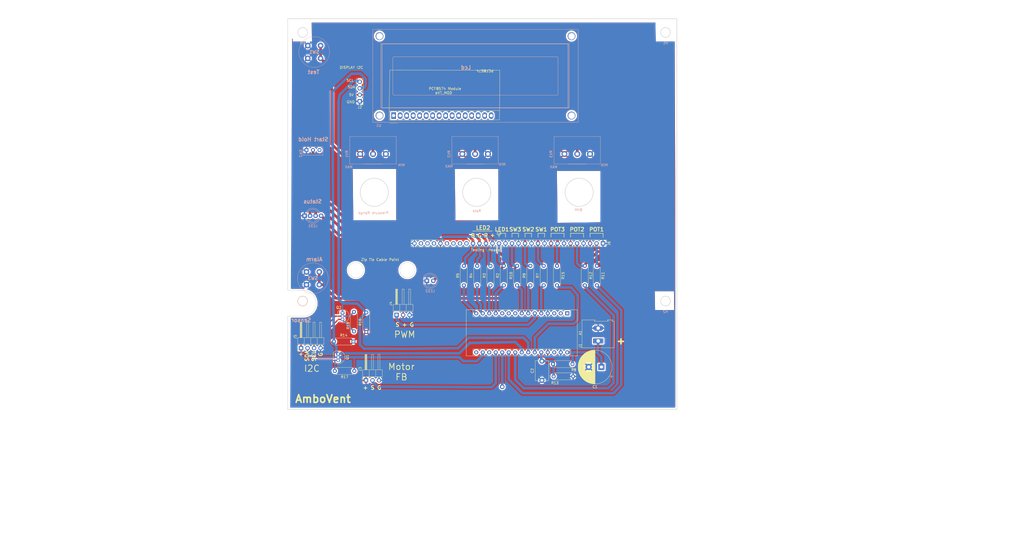
<source format=kicad_pcb>
(kicad_pcb (version 20171130) (host pcbnew "(5.1.5)-3")
  (layers (0 F.Cu signal hide) (31 B.Cu signal) (34 B.Paste user hide) (35 F.Paste user hide) (36 B.SilkS user hide) (37 F.SilkS user) (38 B.Mask user) (39 F.Mask user hide) (44 Edge.Cuts user))
  (net 0 "")
  (net 1 "Net-(A1-Pad1)")
  (net 2 "Net-(A1-Pad2)")
  (net 3 "Net-(A1-Pad18)")
  (net 4 "Net-(A1-Pad3)")
  (net 5 /MOTOR_FB)
  (net 6 GND)
  (net 7 /ISENSE)
  (net 8 "Net-(A1-Pad5)")
  (net 9 /CT1)
  (net 10 /MOTOR_PWM)
  (net 11 /CT2)
  (net 12 "Net-(A1-Pad7)")
  (net 13 "Net-(A1-Pad8)")
  (net 14 "Net-(A1-Pad9)")
  (net 15 "Net-(A1-Pad25)")
  (net 16 "Net-(A1-Pad10)")
  (net 17 "Net-(A1-Pad11)")
  (net 18 +5V)
  (net 19 "Net-(A1-Pad12)")
  (net 20 "Net-(A1-Pad28)")
  (net 21 "Net-(A1-Pad13)")
  (net 22 "Net-(A1-Pad14)")
  (net 23 "Net-(A1-Pad15)")
  (net 24 "Net-(A1-Pad16)")
  (net 25 "Net-(A1-Pad21)")
  (net 26 "Net-(A1-Pad22)")
  (net 27 /SDA)
  (net 28 /SCL)
  (net 29 /CT3)
  (net 30 /SW1)
  (net 31 /SW2)
  (net 32 /SW3)
  (net 33 /LED1)
  (net 34 /LED2_R)
  (net 35 /LED2_G)
  (net 36 /LED2_B)
  (net 37 +3V3)
  (net 38 "Net-(J6-Pad27)")
  (net 39 "Net-(J6-Pad28)")
  (net 40 "Net-(J6-Pad29)")
  (net 41 /Vin)
  (net 42 "Net-(U1-Pad16)")
  (net 43 "Net-(U1-Pad15)")
  (net 44 "Net-(U1-Pad14)")
  (net 45 "Net-(U1-Pad13)")
  (net 46 "Net-(U1-Pad12)")
  (net 47 "Net-(U1-Pad11)")
  (net 48 "Net-(U1-Pad10)")
  (net 49 "Net-(U1-Pad9)")
  (net 50 "Net-(U1-Pad8)")
  (net 51 "Net-(U1-Pad7)")
  (net 52 "Net-(U1-Pad6)")
  (net 53 "Net-(U1-Pad5)")
  (net 54 "Net-(U1-Pad4)")
  (net 55 "Net-(U1-Pad3)")
  (net 56 "Net-(U1-Pad2)")
  (net 57 "Net-(U1-Pad1)")
  (net 58 "Net-(J6-Pad22)")
  (net 59 "Net-(J6-Pad23)")
  (net 60 "Net-(J6-Pad25)")
  (net 61 "Net-(J6-Pad24)")
  (net 62 /12v_Check)
  (net 63 /SCL_3V3)
  (net 64 /SDA_3V3)
  (module Resistor_THT:R_Axial_DIN0207_L6.3mm_D2.5mm_P7.62mm_Horizontal (layer F.Cu) (at 156.6053 183.9635 270)
    (fp_text reference R18 (at 5.3594 2.2733 90) (layer F.SilkS))
    (fp_text value 10k)
    (pad 2 thru_hole oval (at 7.62 0 270) (size 1.6 1.6) (drill 0.8) (layers *.Cu *.Mask) (net 63 /SCL_3V3))
    (pad 1 thru_hole circle (at 0 0 270) (size 1.6 1.6) (drill 0.8) (layers *.Cu *.Mask) (net 37 +3V3))
  )
  (module Resistor_THT:R_Axial_DIN0207_L6.3mm_D2.5mm_P7.62mm_Horizontal (layer F.Cu) (at 156.7577 207.0394 180)
    (fp_text reference R17 (at 3.81 -2.37) (layer F.SilkS))
    (fp_text value 10k)
    (pad 2 thru_hole oval (at 7.62 0 180) (size 1.6 1.6) (drill 0.8) (layers *.Cu *.Mask) (net 64 /SDA_3V3))
    (pad 1 thru_hole circle (at 0 0 180) (size 1.6 1.6) (drill 0.8) (layers *.Cu *.Mask) (net 37 +3V3))
  )
  (module Resistor_THT:R_Axial_DIN0207_L6.3mm_D2.5mm_P7.62mm_Horizontal (layer F.Cu) (at 161.4313 191.8121 90)
    (fp_text reference R16 (at 3.81 -2.37 90) (layer F.SilkS))
    (fp_text value 10k)
    (pad 2 thru_hole oval (at 7.62 0 90) (size 1.6 1.6) (drill 0.8) (layers *.Cu *.Mask) (net 28 /SCL))
    (pad 1 thru_hole circle (at 0 0 90) (size 1.6 1.6) (drill 0.8) (layers *.Cu *.Mask) (net 18 +5V))
  )
  (module Resistor_THT:R_Axial_DIN0207_L6.3mm_D2.5mm_P7.62mm_Horizontal (layer F.Cu) (at 156.4148 195.5459 180)
    (fp_text reference R14 (at 3.7973 2.4257) (layer F.SilkS))
    (fp_text value 10k)
    (pad 2 thru_hole oval (at 7.62 0 180) (size 1.6 1.6) (drill 0.8) (layers *.Cu *.Mask) (net 27 /SDA))
    (pad 1 thru_hole circle (at 0 0 180) (size 1.6 1.6) (drill 0.8) (layers *.Cu *.Mask) (net 18 +5V))
  )
  (module Package_TO_SOT_THT:TO-92_Inline (layer F.Cu) (at 152.1349 184.3699 270)
    (fp_text reference Q2 (at -2.1082 1.4478 180) (layer F.SilkS))
    (fp_text value 2N7000)
    (pad 1 thru_hole rect (at 0 0 270) (size 1.05 1.5) (drill 0.75) (layers *.Cu *.Mask) (net 28 /SCL))
    (pad 3 thru_hole oval (at 2.54 0 270) (size 1.05 1.5) (drill 0.75) (layers *.Cu *.Mask) (net 63 /SCL_3V3))
    (pad 2 thru_hole oval (at 1.27 0 270) (size 1.05 1.5) (drill 0.75) (layers *.Cu *.Mask) (net 37 +3V3))
  )
  (module Package_TO_SOT_THT:TO-92_Inline (layer F.Cu) (at 150.4458 200.3846 270)
    (fp_text reference Q1 (at 1.27 -3.56 90) (layer F.SilkS))
    (fp_text value 2N7000)
    (pad 1 thru_hole rect (at 0 0 270) (size 1.05 1.5) (drill 0.75) (layers *.Cu *.Mask) (net 27 /SDA))
    (pad 3 thru_hole oval (at 2.54 0 270) (size 1.05 1.5) (drill 0.75) (layers *.Cu *.Mask) (net 64 /SDA_3V3))
    (pad 2 thru_hole oval (at 1.27 0 270) (size 1.05 1.5) (drill 0.75) (layers *.Cu *.Mask) (net 37 +3V3))
  )
  (module Connector_PinHeader_2.54mm:PinHeader_1x04_P2.54mm_Horizontal (layer F.Cu) (at 135.9424 198.1113 90)
    (fp_text reference J5 (at 4.385 -2.27 90) (layer F.SilkS))
    (fp_text value "Header 1X4")
    (pad 4 thru_hole oval (at 0 7.62 90) (size 1.7 1.7) (drill 1) (layers *.Cu *.Mask) (net 6 GND))
    (pad 3 thru_hole oval (at 0 5.08 90) (size 1.7 1.7) (drill 1) (layers *.Cu *.Mask) (net 63 /SCL_3V3))
    (pad 2 thru_hole oval (at 0 2.54 90) (size 1.7 1.7) (drill 1) (layers *.Cu *.Mask) (net 64 /SDA_3V3))
    (pad 1 thru_hole rect (at 0 0 90) (size 1.7 1.7) (drill 1) (layers *.Cu *.Mask) (net 37 +3V3))
  )
  (module Connector_PinHeader_2.54mm:PinHeader_1x03_P2.54mm_Horizontal (layer F.Cu) (at 173.255 185.17 90)
    (fp_text reference J4 (at 4.385 -2.27 90) (layer F.SilkS))
    (fp_text value "Header 1X3")
    (pad 3 thru_hole oval (at 0 5.08 90) (size 1.7 1.7) (drill 1) (layers *.Cu *.Mask) (net 6 GND))
    (pad 2 thru_hole oval (at 0 2.54 90) (size 1.7 1.7) (drill 1) (layers *.Cu *.Mask) (net 18 +5V))
    (pad 1 thru_hole rect (at 0 0 90) (size 1.7 1.7) (drill 1) (layers *.Cu *.Mask) (net 10 /MOTOR_PWM))
  )
  (module Connector_PinHeader_2.54mm:PinHeader_1x03_P2.54mm_Horizontal (layer F.Cu) (at 161.3043 210.7097 90)
    (fp_text reference J3 (at 4.385 -2.27 90) (layer F.SilkS))
    (fp_text value "Header 1X3")
    (pad 3 thru_hole oval (at 0 5.08 90) (size 1.7 1.7) (drill 1) (layers *.Cu *.Mask) (net 6 GND))
    (pad 2 thru_hole oval (at 0 2.54 90) (size 1.7 1.7) (drill 1) (layers *.Cu *.Mask) (net 5 /MOTOR_FB))
    (pad 1 thru_hole rect (at 0 0 90) (size 1.7 1.7) (drill 1) (layers *.Cu *.Mask) (net 18 +5V))
  )
  (module Connector_PinHeader_2.54mm:PinHeader_1x04_P2.54mm_Vertical (layer F.Cu) (at 158.854 101.73 180)
    (fp_text reference J2 (at 0 -2.33) (layer F.SilkS))
    (fp_text value "Header 1X4")
    (pad 4 thru_hole oval (at 0 7.62 180) (size 1.7 1.7) (drill 1) (layers *.Cu *.Mask) (net 28 /SCL))
    (pad 3 thru_hole oval (at 0 5.08 180) (size 1.7 1.7) (drill 1) (layers *.Cu *.Mask) (net 27 /SDA))
    (pad 2 thru_hole oval (at 0 2.54 180) (size 1.7 1.7) (drill 1) (layers *.Cu *.Mask) (net 18 +5V))
    (pad 1 thru_hole rect (at 0 0 180) (size 1.7 1.7) (drill 1) (layers *.Cu *.Mask) (net 6 GND))
  )
  (module Module:i2c-1602 (layer F.Cu) (at 191.67 98.933 180)
    (fp_text reference eXT_MOD (at 0 0.5) (layer F.SilkS))
    (fp_text value i2c-1602)
    (fp_text user "PCF8574 Module" (at -0.52 2.13) (layer F.SilkS))
  )
  (module LED_THT:LED_D5.0mm-4_RGB_Wide_Pins (layer B.Cu) (at 137.314 146.431)
    (fp_text reference LED1 (at 3.2385 3.96) (layer B.SilkS) (effects (justify mirror)))
    (fp_text value LED_CRGB)
    (pad 4 thru_hole circle (at 6.477 0) (size 1.8 1.8) (drill 0.9) (layers *.Cu *.Mask) (net 36 /LED2_B))
    (pad 3 thru_hole circle (at 4.318 0) (size 1.8 1.8) (drill 0.9) (layers *.Cu *.Mask) (net 35 /LED2_G))
    (pad 2 thru_hole circle (at 2.159 0) (size 1.8 1.8) (drill 0.9) (layers *.Cu *.Mask) (net 34 /LED2_R))
    (pad 1 thru_hole rect (at 0 0) (size 1.8 1.8) (drill 0.9) (layers *.Cu *.Mask) (net 6 GND))
  )
  (module Potentiometer_THT:Potentiometer_old_school (layer B.Cu) (at 248.82 122.301 270)
    (fp_text reference RV3 (at 0 15.2 90) (layer B.SilkS) (effects (justify mirror)))
    (fp_text value R_POT)
    (pad 3 thru_hole circle (at 0 10 270) (size 2.34 2.34) (drill 1.3) (layers *.Cu *.Mask) (net 18 +5V))
    (pad 2 thru_hole circle (at 0 5 270) (size 2.34 2.34) (drill 1.3) (layers *.Cu *.Mask) (net 29 /CT3))
    (pad 1 thru_hole circle (at 0 0 270) (size 2.34 2.34) (drill 1.3) (layers *.Cu *.Mask) (net 6 GND))
  )
  (module Potentiometer_THT:Potentiometer_old_school (layer B.Cu) (at 208.942 122.301 270)
    (fp_text reference RV2 (at 0 15.2 90) (layer B.SilkS) (effects (justify mirror)))
    (fp_text value R_POT)
    (pad 3 thru_hole circle (at 0 10 270) (size 2.34 2.34) (drill 1.3) (layers *.Cu *.Mask) (net 18 +5V))
    (pad 2 thru_hole circle (at 0 5 270) (size 2.34 2.34) (drill 1.3) (layers *.Cu *.Mask) (net 11 /CT2))
    (pad 1 thru_hole circle (at 0 0 270) (size 2.34 2.34) (drill 1.3) (layers *.Cu *.Mask) (net 6 GND))
  )
  (module Potentiometer_THT:Potentiometer_old_school (layer B.Cu) (at 169.064 122.301 270)
    (fp_text reference RV1 (at 0 15.2 270) (layer B.SilkS) (effects (justify mirror)))
    (fp_text value R_POT)
    (pad 3 thru_hole circle (at 0 10 270) (size 2.34 2.34) (drill 1.3) (layers *.Cu *.Mask) (net 18 +5V))
    (pad 2 thru_hole circle (at 0 5 270) (size 2.34 2.34) (drill 1.3) (layers *.Cu *.Mask) (net 9 /CT1))
    (pad 1 thru_hole circle (at 0 0 270) (size 2.34 2.34) (drill 1.3) (layers *.Cu *.Mask) (net 6 GND))
  )
  (module Button_Switch_THT:D6R00F2LFS (layer B.Cu) (at 138.076 173.355)
    (fp_text reference SW3 (at 2.5 -2.5) (layer B.SilkS) (effects (font (size 1.27 1.27) (thickness 0.254)) (justify mirror)))
    (fp_text value SW_Push_Dual hide)
    (pad 1 thru_hole circle (at 0 0) (size 2.2 2.2) (drill 1.1) (layers *.Cu *.Mask) (net 6 GND))
    (pad 2 thru_hole circle (at 5 0) (size 2.2 2.2) (drill 1.1) (layers *.Cu *.Mask) (net 32 /SW3))
    (pad 3 thru_hole circle (at 0 -5) (size 2.2 2.2) (drill 1.1) (layers *.Cu *.Mask) (net 6 GND))
    (pad 4 thru_hole circle (at 5 -5) (size 2.2 2.2) (drill 1.1) (layers *.Cu *.Mask) (net 32 /SW3))
  )
  (module Button_Switch_THT:D6R00F2LFS (layer B.Cu) (at 138.584 84.963)
    (fp_text reference SW1 (at 2.5 -2.5) (layer B.SilkS) (effects (font (size 1.27 1.27) (thickness 0.254)) (justify mirror)))
    (fp_text value SW_Push_Dual hide)
    (pad 1 thru_hole circle (at 0 0) (size 2.2 2.2) (drill 1.1) (layers *.Cu *.Mask) (net 6 GND))
    (pad 2 thru_hole circle (at 5 0) (size 2.2 2.2) (drill 1.1) (layers *.Cu *.Mask) (net 30 /SW1))
    (pad 3 thru_hole circle (at 0 -5) (size 2.2 2.2) (drill 1.1) (layers *.Cu *.Mask) (net 6 GND))
    (pad 4 thru_hole circle (at 5 -5) (size 2.2 2.2) (drill 1.1) (layers *.Cu *.Mask) (net 30 /SW1))
  )
  (module Capacitor_THT:C_Disc_D7.5mm_W5.0mm_P7.50mm (layer F.Cu) (at 230.024 210.693 90)
    (fp_text reference C2 (at 3.75 -3.75 90) (layer F.SilkS))
    (fp_text value 100nf)
    (pad 2 thru_hole circle (at 7.5 0 90) (size 2 2) (drill 1) (layers *.Cu *.Mask) (net 62 /12v_Check))
    (pad 1 thru_hole circle (at 0 0 90) (size 2 2) (drill 1) (layers *.Cu *.Mask) (net 6 GND))
  )
  (module LED_THT:LED_D5.0mm_Clear (layer B.Cu) (at 185.066 171.831)
    (fp_text reference LED2 (at 1.27 3.96) (layer B.SilkS) (effects (justify mirror)))
    (fp_text value LED)
    (pad 2 thru_hole circle (at 2.54 0) (size 1.8 1.8) (drill 0.9) (layers *.Cu *.Mask) (net 33 /LED1))
    (pad 1 thru_hole rect (at 0 0) (size 1.8 1.8) (drill 0.9) (layers *.Cu *.Mask) (net 6 GND))
  )
  (module Display:WC1602A (layer B.Cu) (at 172.112 107.315)
    (fp_text reference U1 (at -5.82 3.81) (layer B.SilkS) (effects (justify mirror)))
    (fp_text value LCD-016N002L)
    (pad "" thru_hole circle (at 69.5 0) (size 3 3) (drill 2.5) (layers *.Cu *.Mask))
    (pad "" thru_hole circle (at 69.49948 -31.0007) (size 3 3) (drill 2.5) (layers *.Cu *.Mask))
    (pad "" thru_hole circle (at -5.4991 -31.0007) (size 3 3) (drill 2.5) (layers *.Cu *.Mask))
    (pad "" thru_hole circle (at -5.4991 0) (size 3 3) (drill 2.5) (layers *.Cu *.Mask))
    (pad 16 thru_hole oval (at 38.1 0) (size 1.8 2.6) (drill 1.2) (layers *.Cu *.Mask) (net 42 "Net-(U1-Pad16)"))
    (pad 15 thru_hole oval (at 35.56 0) (size 1.8 2.6) (drill 1.2) (layers *.Cu *.Mask) (net 43 "Net-(U1-Pad15)"))
    (pad 14 thru_hole oval (at 33.02 0) (size 1.8 2.6) (drill 1.2) (layers *.Cu *.Mask) (net 44 "Net-(U1-Pad14)"))
    (pad 13 thru_hole oval (at 30.48 0) (size 1.8 2.6) (drill 1.2) (layers *.Cu *.Mask) (net 45 "Net-(U1-Pad13)"))
    (pad 12 thru_hole oval (at 27.94 0) (size 1.8 2.6) (drill 1.2) (layers *.Cu *.Mask) (net 46 "Net-(U1-Pad12)"))
    (pad 11 thru_hole oval (at 25.4 0) (size 1.8 2.6) (drill 1.2) (layers *.Cu *.Mask) (net 47 "Net-(U1-Pad11)"))
    (pad 10 thru_hole oval (at 22.86 0) (size 1.8 2.6) (drill 1.2) (layers *.Cu *.Mask) (net 48 "Net-(U1-Pad10)"))
    (pad 9 thru_hole oval (at 20.32 0) (size 1.8 2.6) (drill 1.2) (layers *.Cu *.Mask) (net 49 "Net-(U1-Pad9)"))
    (pad 8 thru_hole oval (at 17.78 0) (size 1.8 2.6) (drill 1.2) (layers *.Cu *.Mask) (net 50 "Net-(U1-Pad8)"))
    (pad 7 thru_hole oval (at 15.24 0) (size 1.8 2.6) (drill 1.2) (layers *.Cu *.Mask) (net 51 "Net-(U1-Pad7)"))
    (pad 6 thru_hole oval (at 12.7 0) (size 1.8 2.6) (drill 1.2) (layers *.Cu *.Mask) (net 52 "Net-(U1-Pad6)"))
    (pad 5 thru_hole oval (at 10.16 0) (size 1.8 2.6) (drill 1.2) (layers *.Cu *.Mask) (net 53 "Net-(U1-Pad5)"))
    (pad 4 thru_hole oval (at 7.62 0) (size 1.8 2.6) (drill 1.2) (layers *.Cu *.Mask) (net 54 "Net-(U1-Pad4)"))
    (pad 3 thru_hole oval (at 5.08 0) (size 1.8 2.6) (drill 1.2) (layers *.Cu *.Mask) (net 55 "Net-(U1-Pad3)"))
    (pad 2 thru_hole oval (at 2.54 0) (size 1.8 2.6) (drill 1.2) (layers *.Cu *.Mask) (net 56 "Net-(U1-Pad2)"))
    (pad 1 thru_hole rect (at 0 0) (size 1.8 2.6) (drill 1.2) (layers *.Cu *.Mask) (net 57 "Net-(U1-Pad1)"))
  )
  (module Button_Switch_THT:eswitch_200MSP (layer B.Cu) (at 138.076 120.777 270)
    (fp_text reference SW2 (at 1.27 2.2 90) (layer B.SilkS) (effects (justify mirror)))
    (fp_text value SW_Push)
    (pad 3 thru_hole circle (at 0 -5.08 270) (size 1.524 1.524) (drill 0.8128) (layers *.Cu *.Mask))
    (pad 2 thru_hole circle (at 0 -2.54 270) (size 1.524 1.524) (drill 0.8128) (layers *.Cu *.Mask) (net 31 /SW2))
    (pad 1 thru_hole rect (at 0 0 270) (size 1.524 1.524) (drill 0.8128) (layers *.Cu *.Mask) (net 6 GND))
  )
  (module Resistor_THT:R_Axial_DIN0207_L6.3mm_D2.5mm_P7.62mm_Horizontal (layer F.Cu) (at 234.596 209.169)
    (fp_text reference R13 (at 0.508 2.54) (layer F.SilkS))
    (fp_text value 2k)
    (pad 2 thru_hole oval (at 7.62 0) (size 1.6 1.6) (drill 0.8) (layers *.Cu *.Mask) (net 6 GND))
    (pad 1 thru_hole circle (at 0 0) (size 1.6 1.6) (drill 0.8) (layers *.Cu *.Mask) (net 62 /12v_Check))
  )
  (module Resistor_THT:R_Axial_DIN0207_L6.3mm_D2.5mm_P7.62mm_Horizontal (layer F.Cu) (at 241.962 204.343 180)
    (fp_text reference R8 (at -0.508 -2.286) (layer F.SilkS))
    (fp_text value 10k)
    (pad 2 thru_hole oval (at 7.62 0 180) (size 1.6 1.6) (drill 0.8) (layers *.Cu *.Mask) (net 62 /12v_Check))
    (pad 1 thru_hole circle (at 0 0 180) (size 1.6 1.6) (drill 0.8) (layers *.Cu *.Mask) (net 41 /Vin))
  )
  (module MountingHole:MountingHole_3.2mm_M3 (layer B.Cu) (at 136.552 74.803)
    (fp_text reference H3 (at 0 4.2) (layer B.SilkS) (effects (justify mirror)))
    (fp_text value MountingHole)
    (pad 1 np_thru_hole circle (at 0 0) (size 3.2 3.2) (drill 3.2) (layers *.Cu *.Mask))
  )
  (module MountingHole:MountingHole_3.2mm_M3 (layer B.Cu) (at 278.284 179.705)
    (fp_text reference H2 (at 0 4.2) (layer B.SilkS) (effects (justify mirror)))
    (fp_text value MountingHole)
    (pad 1 np_thru_hole circle (at 0 0) (size 3.2 3.2) (drill 3.2) (layers *.Cu *.Mask))
  )
  (module MountingHole:MountingHole_3.2mm_M3 (layer B.Cu) (at 278.284 74.803)
    (fp_text reference H1 (at 0 4.2) (layer B.SilkS) (effects (justify mirror)))
    (fp_text value MountingHole)
    (pad 1 np_thru_hole circle (at 0 0) (size 3.2 3.2) (drill 3.2) (layers *.Cu *.Mask))
  )
  (module Module:Arduino_Nano (layer F.Cu) (at 239.93 184.531 270)
    (fp_text reference A1 (at 7.62 -5.08 270) (layer F.SilkS))
    (fp_text value Arduino_Nano_v3.x)
    (pad 16 thru_hole oval (at 15.24 35.56 270) (size 1.6 1.6) (drill 0.8) (layers *.Cu *.Mask) (net 24 "Net-(A1-Pad16)"))
    (pad 15 thru_hole oval (at 0 35.56 270) (size 1.6 1.6) (drill 0.8) (layers *.Cu *.Mask) (net 23 "Net-(A1-Pad15)"))
    (pad 30 thru_hole oval (at 15.24 0 270) (size 1.6 1.6) (drill 0.8) (layers *.Cu *.Mask) (net 41 /Vin))
    (pad 14 thru_hole oval (at 0 33.02 270) (size 1.6 1.6) (drill 0.8) (layers *.Cu *.Mask) (net 22 "Net-(A1-Pad14)"))
    (pad 29 thru_hole oval (at 15.24 2.54 270) (size 1.6 1.6) (drill 0.8) (layers *.Cu *.Mask) (net 6 GND))
    (pad 13 thru_hole oval (at 0 30.48 270) (size 1.6 1.6) (drill 0.8) (layers *.Cu *.Mask) (net 21 "Net-(A1-Pad13)"))
    (pad 28 thru_hole oval (at 15.24 5.08 270) (size 1.6 1.6) (drill 0.8) (layers *.Cu *.Mask) (net 20 "Net-(A1-Pad28)"))
    (pad 12 thru_hole oval (at 0 27.94 270) (size 1.6 1.6) (drill 0.8) (layers *.Cu *.Mask) (net 19 "Net-(A1-Pad12)"))
    (pad 27 thru_hole oval (at 15.24 7.62 270) (size 1.6 1.6) (drill 0.8) (layers *.Cu *.Mask) (net 18 +5V))
    (pad 11 thru_hole oval (at 0 25.4 270) (size 1.6 1.6) (drill 0.8) (layers *.Cu *.Mask) (net 17 "Net-(A1-Pad11)"))
    (pad 26 thru_hole oval (at 15.24 10.16 270) (size 1.6 1.6) (drill 0.8) (layers *.Cu *.Mask) (net 62 /12v_Check))
    (pad 10 thru_hole oval (at 0 22.86 270) (size 1.6 1.6) (drill 0.8) (layers *.Cu *.Mask) (net 16 "Net-(A1-Pad10)"))
    (pad 25 thru_hole oval (at 15.24 12.7 270) (size 1.6 1.6) (drill 0.8) (layers *.Cu *.Mask) (net 15 "Net-(A1-Pad25)"))
    (pad 9 thru_hole oval (at 0 20.32 270) (size 1.6 1.6) (drill 0.8) (layers *.Cu *.Mask) (net 14 "Net-(A1-Pad9)"))
    (pad 24 thru_hole oval (at 15.24 15.24 270) (size 1.6 1.6) (drill 0.8) (layers *.Cu *.Mask) (net 28 /SCL))
    (pad 8 thru_hole oval (at 0 17.78 270) (size 1.6 1.6) (drill 0.8) (layers *.Cu *.Mask) (net 13 "Net-(A1-Pad8)"))
    (pad 23 thru_hole oval (at 15.24 17.78 270) (size 1.6 1.6) (drill 0.8) (layers *.Cu *.Mask) (net 27 /SDA))
    (pad 7 thru_hole oval (at 0 15.24 270) (size 1.6 1.6) (drill 0.8) (layers *.Cu *.Mask) (net 12 "Net-(A1-Pad7)"))
    (pad 22 thru_hole oval (at 15.24 20.32 270) (size 1.6 1.6) (drill 0.8) (layers *.Cu *.Mask) (net 26 "Net-(A1-Pad22)"))
    (pad 6 thru_hole oval (at 0 12.7 270) (size 1.6 1.6) (drill 0.8) (layers *.Cu *.Mask) (net 10 /MOTOR_PWM))
    (pad 21 thru_hole oval (at 15.24 22.86 270) (size 1.6 1.6) (drill 0.8) (layers *.Cu *.Mask) (net 25 "Net-(A1-Pad21)"))
    (pad 5 thru_hole oval (at 0 10.16 270) (size 1.6 1.6) (drill 0.8) (layers *.Cu *.Mask) (net 8 "Net-(A1-Pad5)"))
    (pad 20 thru_hole oval (at 15.24 25.4 270) (size 1.6 1.6) (drill 0.8) (layers *.Cu *.Mask) (net 7 /ISENSE))
    (pad 4 thru_hole oval (at 0 7.62 270) (size 1.6 1.6) (drill 0.8) (layers *.Cu *.Mask) (net 6 GND))
    (pad 19 thru_hole oval (at 15.24 27.94 270) (size 1.6 1.6) (drill 0.8) (layers *.Cu *.Mask) (net 5 /MOTOR_FB))
    (pad 3 thru_hole oval (at 0 5.08 270) (size 1.6 1.6) (drill 0.8) (layers *.Cu *.Mask) (net 4 "Net-(A1-Pad3)"))
    (pad 18 thru_hole oval (at 15.24 30.48 270) (size 1.6 1.6) (drill 0.8) (layers *.Cu *.Mask) (net 3 "Net-(A1-Pad18)"))
    (pad 2 thru_hole oval (at 0 2.54 270) (size 1.6 1.6) (drill 0.8) (layers *.Cu *.Mask) (net 2 "Net-(A1-Pad2)"))
    (pad 17 thru_hole oval (at 15.24 33.02 270) (size 1.6 1.6) (drill 0.8) (layers *.Cu *.Mask) (net 37 +3V3))
    (pad 1 thru_hole rect (at 0 0 270) (size 1.6 1.6) (drill 0.8) (layers *.Cu *.Mask) (net 1 "Net-(A1-Pad1)"))
  )
  (module TerminalBlock:TerminalBlock_Altech_AK300-2_P5.00mm (layer F.Cu) (at 251.995 195.326 90)
    (fp_text reference J1 (at -1.92 -6.99 90) (layer F.SilkS))
    (fp_text value Conn_01x02)
    (pad 1 thru_hole rect (at 0 0 90) (size 1.98 3.96) (drill 1.32) (layers *.Cu *.Mask) (net 41 /Vin))
    (pad 2 thru_hole oval (at 5 0 90) (size 1.98 3.96) (drill 1.32) (layers *.Cu *.Mask) (net 6 GND))
  )
  (module Capacitor_THT:CP_Radial_D13.0mm_P5.00mm (layer F.Cu) (at 253.265 205.486 180)
    (fp_text reference C1 (at 2.5 -7.75 180) (layer F.SilkS))
    (fp_text value CP)
    (pad 1 thru_hole rect (at 0 0 180) (size 2.4 2.4) (drill 1.2) (layers *.Cu *.Mask) (net 41 /Vin))
    (pad 2 thru_hole circle (at 5 0 180) (size 2.4 2.4) (drill 1.2) (layers *.Cu *.Mask) (net 6 GND))
  )
  (module Connector_PinHeader_2.54mm:PinHeader_1x30_P2.54mm_Vertical (layer F.Cu) (at 253.9 157.226 270)
    (fp_text reference J6 (at 0 -2.33 270) (layer F.SilkS))
    (fp_text value "Header 1X30")
    (pad 1 thru_hole rect (at 0 0 270) (size 1.7 1.7) (drill 1) (layers *.Cu *.Mask) (net 6 GND))
    (pad 2 thru_hole oval (at 0 2.54 270) (size 1.7 1.7) (drill 1) (layers *.Cu *.Mask) (net 9 /CT1))
    (pad 3 thru_hole oval (at 0 5.08 270) (size 1.7 1.7) (drill 1) (layers *.Cu *.Mask) (net 18 +5V))
    (pad 4 thru_hole oval (at 0 7.62 270) (size 1.7 1.7) (drill 1) (layers *.Cu *.Mask) (net 6 GND))
    (pad 5 thru_hole oval (at 0 10.16 270) (size 1.7 1.7) (drill 1) (layers *.Cu *.Mask) (net 11 /CT2))
    (pad 6 thru_hole oval (at 0 12.7 270) (size 1.7 1.7) (drill 1) (layers *.Cu *.Mask) (net 18 +5V))
    (pad 7 thru_hole oval (at 0 15.24 270) (size 1.7 1.7) (drill 1) (layers *.Cu *.Mask) (net 6 GND))
    (pad 8 thru_hole oval (at 0 17.78 270) (size 1.7 1.7) (drill 1) (layers *.Cu *.Mask) (net 29 /CT3))
    (pad 9 thru_hole oval (at 0 20.32 270) (size 1.7 1.7) (drill 1) (layers *.Cu *.Mask) (net 18 +5V))
    (pad 10 thru_hole oval (at 0 22.86 270) (size 1.7 1.7) (drill 1) (layers *.Cu *.Mask) (net 6 GND))
    (pad 11 thru_hole oval (at 0 25.4 270) (size 1.7 1.7) (drill 1) (layers *.Cu *.Mask) (net 30 /SW1))
    (pad 12 thru_hole oval (at 0 27.94 270) (size 1.7 1.7) (drill 1) (layers *.Cu *.Mask) (net 6 GND))
    (pad 13 thru_hole oval (at 0 30.48 270) (size 1.7 1.7) (drill 1) (layers *.Cu *.Mask) (net 31 /SW2))
    (pad 14 thru_hole oval (at 0 33.02 270) (size 1.7 1.7) (drill 1) (layers *.Cu *.Mask) (net 6 GND))
    (pad 15 thru_hole oval (at 0 35.56 270) (size 1.7 1.7) (drill 1) (layers *.Cu *.Mask) (net 32 /SW3))
    (pad 16 thru_hole oval (at 0 38.1 270) (size 1.7 1.7) (drill 1) (layers *.Cu *.Mask) (net 6 GND))
    (pad 17 thru_hole oval (at 0 40.64 270) (size 1.7 1.7) (drill 1) (layers *.Cu *.Mask) (net 33 /LED1))
    (pad 18 thru_hole oval (at 0 43.18 270) (size 1.7 1.7) (drill 1) (layers *.Cu *.Mask) (net 18 +5V))
    (pad 19 thru_hole oval (at 0 45.72 270) (size 1.7 1.7) (drill 1) (layers *.Cu *.Mask) (net 34 /LED2_R))
    (pad 20 thru_hole oval (at 0 48.26 270) (size 1.7 1.7) (drill 1) (layers *.Cu *.Mask) (net 35 /LED2_G))
    (pad 21 thru_hole oval (at 0 50.8 270) (size 1.7 1.7) (drill 1) (layers *.Cu *.Mask) (net 36 /LED2_B))
    (pad 22 thru_hole oval (at 0 53.34 270) (size 1.7 1.7) (drill 1) (layers *.Cu *.Mask) (net 58 "Net-(J6-Pad22)"))
    (pad 23 thru_hole oval (at 0 55.88 270) (size 1.7 1.7) (drill 1) (layers *.Cu *.Mask) (net 59 "Net-(J6-Pad23)"))
    (pad 24 thru_hole oval (at 0 58.42 270) (size 1.7 1.7) (drill 1) (layers *.Cu *.Mask) (net 61 "Net-(J6-Pad24)"))
    (pad 25 thru_hole oval (at 0 60.96 270) (size 1.7 1.7) (drill 1) (layers *.Cu *.Mask) (net 60 "Net-(J6-Pad25)"))
    (pad 26 thru_hole oval (at 0 63.5 270) (size 1.7 1.7) (drill 1) (layers *.Cu *.Mask) (net 18 +5V))
    (pad 27 thru_hole oval (at 0 66.04 270) (size 1.7 1.7) (drill 1) (layers *.Cu *.Mask) (net 38 "Net-(J6-Pad27)"))
    (pad 28 thru_hole oval (at 0 68.58 270) (size 1.7 1.7) (drill 1) (layers *.Cu *.Mask) (net 39 "Net-(J6-Pad28)"))
    (pad 29 thru_hole oval (at 0 71.12 270) (size 1.7 1.7) (drill 1) (layers *.Cu *.Mask) (net 40 "Net-(J6-Pad29)"))
    (pad 30 thru_hole oval (at 0 73.66 270) (size 1.7 1.7) (drill 1) (layers *.Cu *.Mask) (net 6 GND))
  )
  (module Resistor_THT:R_Axial_DIN0207_L6.3mm_D2.5mm_P7.62mm_Horizontal (layer F.Cu) (at 215.1269 173.609 90)
    (fp_text reference R2 (at 3.81 -2.37 90) (layer F.SilkS))
    (fp_text value 100)
    (pad 1 thru_hole circle (at 0 0 90) (size 1.6 1.6) (drill 0.8) (layers *.Cu *.Mask) (net 19 "Net-(A1-Pad12)"))
    (pad 2 thru_hole oval (at 7.62 0 90) (size 1.6 1.6) (drill 0.8) (layers *.Cu *.Mask) (net 33 /LED1))
  )
  (module Resistor_THT:R_Axial_DIN0207_L6.3mm_D2.5mm_P7.62mm_Horizontal (layer F.Cu) (at 209.9326 173.609 90)
    (fp_text reference R3 (at 3.81 -2.37 90) (layer F.SilkS))
    (fp_text value 100)
    (pad 2 thru_hole oval (at 7.62 0 90) (size 1.6 1.6) (drill 0.8) (layers *.Cu *.Mask) (net 34 /LED2_R))
    (pad 1 thru_hole circle (at 0 0 90) (size 1.6 1.6) (drill 0.8) (layers *.Cu *.Mask) (net 21 "Net-(A1-Pad13)"))
  )
  (module Resistor_THT:R_Axial_DIN0207_L6.3mm_D2.5mm_P7.62mm_Horizontal (layer F.Cu) (at 204.7383 173.609 90)
    (fp_text reference R4 (at 3.81 -2.37 90) (layer F.SilkS))
    (fp_text value 100)
    (pad 1 thru_hole circle (at 0 0 90) (size 1.6 1.6) (drill 0.8) (layers *.Cu *.Mask) (net 22 "Net-(A1-Pad14)"))
    (pad 2 thru_hole oval (at 7.62 0 90) (size 1.6 1.6) (drill 0.8) (layers *.Cu *.Mask) (net 35 /LED2_G))
  )
  (module Resistor_THT:R_Axial_DIN0207_L6.3mm_D2.5mm_P7.62mm_Horizontal (layer F.Cu) (at 199.544 173.609 90)
    (fp_text reference R5 (at 3.81 -2.37 90) (layer F.SilkS))
    (fp_text value 100)
    (pad 2 thru_hole oval (at 7.62 0 90) (size 1.6 1.6) (drill 0.8) (layers *.Cu *.Mask) (net 36 /LED2_B))
    (pad 1 thru_hole circle (at 0 0 90) (size 1.6 1.6) (drill 0.8) (layers *.Cu *.Mask) (net 23 "Net-(A1-Pad15)"))
  )
  (module Resistor_THT:R_Axial_DIN0207_L6.3mm_D2.5mm_P7.62mm_Horizontal (layer F.Cu) (at 230.7098 173.609 90)
    (fp_text reference R7 (at 3.81 -2.37 90) (layer F.SilkS))
    (fp_text value 100)
    (pad 1 thru_hole circle (at 0 0 90) (size 1.6 1.6) (drill 0.8) (layers *.Cu *.Mask) (net 8 "Net-(A1-Pad5)"))
    (pad 2 thru_hole oval (at 7.62 0 90) (size 1.6 1.6) (drill 0.8) (layers *.Cu *.Mask) (net 30 /SW1))
  )
  (module Resistor_THT:R_Axial_DIN0207_L6.3mm_D2.5mm_P7.62mm_Horizontal (layer F.Cu) (at 225.5155 173.609 90)
    (fp_text reference R9 (at 3.81 -2.37 90) (layer F.SilkS))
    (fp_text value 100)
    (pad 1 thru_hole circle (at 0 0 90) (size 1.6 1.6) (drill 0.8) (layers *.Cu *.Mask) (net 12 "Net-(A1-Pad7)"))
    (pad 2 thru_hole oval (at 7.62 0 90) (size 1.6 1.6) (drill 0.8) (layers *.Cu *.Mask) (net 31 /SW2))
  )
  (module Resistor_THT:R_Axial_DIN0207_L6.3mm_D2.5mm_P7.62mm_Horizontal (layer F.Cu) (at 220.3212 173.609 90)
    (fp_text reference R10 (at 3.81 -2.37 90) (layer F.SilkS))
    (fp_text value 100)
    (pad 2 thru_hole oval (at 7.62 0 90) (size 1.6 1.6) (drill 0.8) (layers *.Cu *.Mask) (net 32 /SW3))
    (pad 1 thru_hole circle (at 0 0 90) (size 1.6 1.6) (drill 0.8) (layers *.Cu *.Mask) (net 13 "Net-(A1-Pad8)"))
  )
  (module Resistor_THT:R_Axial_DIN0207_L6.3mm_D2.5mm_P7.62mm_Horizontal (layer F.Cu) (at 251.487 165.989 270)
    (fp_text reference R11 (at 3.81 -2.37 270) (layer F.SilkS))
    (fp_text value 100)
    (pad 1 thru_hole circle (at 0 0 270) (size 1.6 1.6) (drill 0.8) (layers *.Cu *.Mask) (net 9 /CT1))
    (pad 2 thru_hole oval (at 7.62 0 270) (size 1.6 1.6) (drill 0.8) (layers *.Cu *.Mask) (net 25 "Net-(A1-Pad21)"))
  )
  (module Resistor_THT:R_Axial_DIN0207_L6.3mm_D2.5mm_P7.62mm_Horizontal (layer F.Cu) (at 246.788 165.989 270)
    (fp_text reference R12 (at 3.81 -2.37 270) (layer F.SilkS))
    (fp_text value 100)
    (pad 2 thru_hole oval (at 7.62 0 270) (size 1.6 1.6) (drill 0.8) (layers *.Cu *.Mask) (net 26 "Net-(A1-Pad22)"))
    (pad 1 thru_hole circle (at 0 0 270) (size 1.6 1.6) (drill 0.8) (layers *.Cu *.Mask) (net 11 /CT2))
  )
  (module Resistor_THT:R_Axial_DIN0207_L6.3mm_D2.5mm_P7.62mm_Horizontal (layer F.Cu) (at 235.9041 165.989 270)
    (fp_text reference R15 (at 3.81 -2.37 270) (layer F.SilkS))
    (fp_text value 100)
    (pad 1 thru_hole circle (at 0 0 270) (size 1.6 1.6) (drill 0.8) (layers *.Cu *.Mask) (net 29 /CT3))
    (pad 2 thru_hole oval (at 7.62 0 270) (size 1.6 1.6) (drill 0.8) (layers *.Cu *.Mask) (net 15 "Net-(A1-Pad25)"))
  )
  (gr_text "Zip Tie Cable Point" (at 166.778 163.58) (layer F.SilkS) (effects (font (size 1 1))))
  (gr_circle (center 177.494 167.644) (end 180.494 167.644) (layer Edge.Cuts) (width 0.15))
  (gr_circle (center 157.38 167.644) (end 160.38 167.644) (layer Edge.Cuts) (width 0.15))
  (gr_line (start 130.71 175.518) (end 136.552 175.518002) (layer Edge.Cuts) (width 0.15))
  (gr_line (start 130.71 174.756) (end 130.71 175.518) (layer Edge.Cuts) (width 0.15))
  (gr_line (start 130.71 174.756) (end 130.71 69.5) (layer Edge.Cuts) (width 0.15))
  (gr_line (start 130.71 222) (end 130.71 185.678) (layer Edge.Cuts) (width 0.15))
  (gr_line (start 136.552 185.678) (end 130.71 185.678) (layer Edge.Cuts) (width 0.15))
  (gr_arc (start 136.805999 180.598001) (end 136.552 185.678) (angle -185.724788) (layer Edge.Cuts) (width 0.15))
  (gr_text "Testing  Header " (at 208.688 159.77) (layer F.SilkS) (effects (font (size 1 1))))
  (gr_text 5V (at 155.602 99.187) (layer F.SilkS) (effects (font (size 1 1))))
  (gr_text "GND\n" (at 155.348 101.981) (layer F.SilkS) (effects (font (size 1 1))))
  (gr_text "SDA\n" (at 155.602 96.139) (layer F.SilkS) (effects (font (size 1 1))))
  (gr_text "SCL\n" (at 155.094 93.599) (layer F.SilkS) (effects (font (size 1 1))))
  (gr_text " PCF8574" (at 208.18 89.789 180) (layer F.SilkS) (effects (font (size 1 1))))
  (gr_text "DISPLAY I2C" (at 155.602 88.519) (layer F.SilkS) (effects (font (size 1 1))))
  (gr_text MAX (at 234.596 127.381) (layer B.SilkS) (effects (font (size 1 1)) (justify mirror)))
  (gr_text MAX (at 193.702 127.127) (layer B.SilkS) (effects (font (size 1 1)) (justify mirror)))
  (gr_text MIN (at 254.408 126.619) (layer B.SilkS) (effects (font (size 1 1)) (justify mirror)))
  (gr_text MIN (at 214.53 126.365) (layer B.SilkS) (effects (font (size 1 1)) (justify mirror)))
  (gr_text MAX (at 154.586 127.381) (layer B.SilkS) (effects (font (size 1 1)) (justify mirror)))
  (gr_text MIN (at 175.16 126.619) (layer B.SilkS) (effects (font (size 1 1)) (justify mirror)))
  (gr_text BVM (at 244.348 144.145) (layer B.SilkS) (effects (font (size 1 1)) (justify mirror)))
  (gr_text Rate (at 204.597 144.526) (layer B.SilkS) (effects (font (size 1 1)) (justify mirror)))
  (gr_text "Pressure Range" (at 164.211 145.288) (layer B.SilkS) (effects (font (size 1 1)) (justify mirror)))
  (gr_text "Lcd " (at 199.771 88.519) (layer B.SilkS) (effects (font (size 1.5 1.5) (thickness 0.3)) (justify mirror)))
  (gr_text "Sensor\n" (at 136.044 187.202) (layer B.SilkS) (effects (font (size 1.5 1.5) (thickness 0.3)) (justify mirror)))
  (gr_text Alarm (at 141.124 163.449) (layer B.SilkS) (effects (font (size 1.5 1.5) (thickness 0.3)) (justify mirror)))
  (gr_text Status (at 140.462 140.843) (layer B.SilkS) (effects (font (size 1.5 1.5) (thickness 0.3)) (justify mirror)))
  (gr_text "Start Hold" (at 140.716 116.586) (layer B.SilkS) (effects (font (size 1.5 1.5) (thickness 0.3)) (justify mirror)))
  (gr_text Test (at 140.87 90.297) (layer B.SilkS) (effects (font (size 1.5 1.5) (thickness 0.3)) (justify mirror)))
  (gr_circle (center 166.568001 107.263473) (end 168.168001 107.263473) (layer Edge.Cuts) (width 0.2))
  (gr_line (start 240.568001 79.263473) (end 240.568001 104.263473) (layer B.SilkS) (width 0.2))
  (gr_circle (center 136.568001 74.834992) (end 138.468001 74.834992) (layer Edge.Cuts) (width 0.2))
  (gr_line (start 282.71 222) (end 282.71 69.5) (layer Edge.Cuts) (width 0.2))
  (gr_line (start 167.568001 104.263473) (end 167.568001 79.263473) (layer B.SilkS) (width 0.2))
  (gr_circle (center 136.568001 179.734992) (end 138.468001 179.734992) (layer B.SilkS) (width 0.2))
  (gr_circle (center 244.568001 137.263473) (end 250.068001 137.263473) (layer Edge.Cuts) (width 0.2))
  (gr_line (start 130.71 222) (end 282.71 222) (layer Edge.Cuts) (width 0.2))
  (gr_circle (center 204.568001 137.263473) (end 210.068001 137.263473) (layer Edge.Cuts) (width 0.2))
  (gr_line (start 167.568001 79.263473) (end 240.568001 79.263473) (layer B.SilkS) (width 0.2))
  (gr_circle (center 278.298001 179.734992) (end 280.198001 179.734992) (layer Edge.Cuts) (width 0.2))
  (gr_line (start 240.568001 104.263473) (end 167.568001 104.263473) (layer B.SilkS) (width 0.2))
  (gr_circle (center 166.568001 76.263473) (end 168.168001 76.263473) (layer Edge.Cuts) (width 0.2))
  (gr_circle (center 278.298001 74.834992) (end 280.198001 74.834992) (layer Edge.Cuts) (width 0.2))
  (gr_circle (center 241.568001 76.263473) (end 243.168001 76.263473) (layer Edge.Cuts) (width 0.2))
  (gr_line (start 282.71 69.5) (end 130.71 69.5) (layer Edge.Cuts) (width 0.2))
  (gr_circle (center 164.568001 137.263473) (end 170.068001 137.263473) (layer Edge.Cuts) (width 0.2))
  (gr_circle (center 241.568001 107.263473) (end 243.168001 107.263473) (layer Edge.Cuts) (width 0.2))
  (gr_text AmboVent (at 144.5276 217.9487) (layer F.SilkS) (effects (font (size 3 3) (thickness 0.6))))
  (gr_text + (at 210.72 154.051) (layer F.SilkS) (effects (font (size 1.5 1.5) (thickness 0.3))))
  (gr_text B (at 203.1 154.178) (layer F.SilkS) (effects (font (size 1.5 1.5) (thickness 0.3))))
  (gr_text G (at 205.64 154.178) (layer F.SilkS) (effects (font (size 1.5 1.5) (thickness 0.3))))
  (gr_text R (at 208.18 154.178) (layer F.SilkS) (effects (font (size 1.5 1.5) (thickness 0.3))))
  (gr_text LED2 (at 207.037 151.13) (layer F.SilkS) (effects (font (size 1.5 1.5) (thickness 0.3))))
  (gr_line (start 210.593 152.4) (end 202.973 152.4) (layer F.SilkS) (width 0.2))
  (gr_circle (center 213.26 153.289) (end 213.768 153.797) (layer F.SilkS) (width 0.2))
  (gr_text LED1 (at 214.403 151.765) (layer F.SilkS) (effects (font (size 1.5 1.5) (thickness 0.3))))
  (gr_line (start 213.26 153.289) (end 213.26 154.813) (layer F.SilkS) (width 0.2))
  (gr_line (start 215.8 153.289) (end 213.26 153.289) (layer F.SilkS) (width 0.2))
  (gr_line (start 215.8 154.813) (end 215.8 153.289) (layer F.SilkS) (width 0.2))
  (gr_text SW3 (at 219.61 151.765) (layer F.SilkS) (effects (font (size 1.5 1.5) (thickness 0.3))))
  (gr_text SW2 (at 224.69 151.765) (layer F.SilkS) (effects (font (size 1.5 1.5) (thickness 0.3))))
  (gr_text SW1 (at 229.77 151.765) (layer F.SilkS) (effects (font (size 1.5 1.5) (thickness 0.3))))
  (gr_line (start 218.34 153.289) (end 218.34 154.813) (layer F.SilkS) (width 0.2))
  (gr_line (start 220.88 153.289) (end 218.34 153.289) (layer F.SilkS) (width 0.2))
  (gr_line (start 220.88 154.813) (end 220.88 153.289) (layer F.SilkS) (width 0.2))
  (gr_line (start 223.42 153.289) (end 223.42 154.813) (layer F.SilkS) (width 0.2))
  (gr_line (start 225.96 153.289) (end 223.42 153.289) (layer F.SilkS) (width 0.2))
  (gr_line (start 225.96 154.813) (end 225.96 153.289) (layer F.SilkS) (width 0.2))
  (gr_line (start 228.5 153.289) (end 228.5 154.813) (layer F.SilkS) (width 0.2))
  (gr_line (start 231.04 153.289) (end 228.5 153.289) (layer F.SilkS) (width 0.2))
  (gr_line (start 231.04 154.813) (end 231.04 153.289) (layer F.SilkS) (width 0.2))
  (gr_text POT3 (at 236.12 151.765) (layer F.SilkS) (effects (font (size 1.5 1.5) (thickness 0.3))))
  (gr_text POT2 (at 243.74 151.765) (layer F.SilkS) (effects (font (size 1.5 1.5) (thickness 0.3))))
  (gr_text POT1 (at 251.36 151.765) (layer F.SilkS) (effects (font (size 1.5 1.5) (thickness 0.3))))
  (gr_line (start 233.58 153.289) (end 233.58 154.813) (layer F.SilkS) (width 0.2))
  (gr_line (start 238.66 153.289) (end 233.58 153.289) (layer F.SilkS) (width 0.2))
  (gr_line (start 238.66 154.813) (end 238.66 153.289) (layer F.SilkS) (width 0.2))
  (gr_line (start 241.2 153.289) (end 241.2 154.813) (layer F.SilkS) (width 0.2))
  (gr_line (start 246.28 153.289) (end 241.2 153.289) (layer F.SilkS) (width 0.2))
  (gr_line (start 246.28 154.813) (end 246.28 153.289) (layer F.SilkS) (width 0.2))
  (gr_line (start 253.9 153.289) (end 253.9 154.813) (layer F.SilkS) (width 0.2))
  (gr_line (start 248.82 153.289) (end 253.9 153.289) (layer F.SilkS) (width 0.2))
  (gr_line (start 248.82 154.813) (end 248.82 153.289) (layer F.SilkS) (width 0.2))
  (gr_text + (at 260.885 195.326) (layer F.SilkS) (effects (font (size 2.5 2.5) (thickness 0.6))))
  (gr_text G (at 143.5878 200.5878 90) (layer F.SilkS) (effects (font (size 1.5 1.5) (thickness 0.3))))
  (gr_text SCL (at 140.9843 201.2228 90) (layer F.SilkS) (effects (font (size 1.5 1.5) (thickness 0.3))))
  (gr_text SDA (at 138.3046 201.2228 90) (layer F.SilkS) (effects (font (size 1.5 1.5) (thickness 0.3))))
  (gr_text + (at 135.9424 200.3973) (layer F.SilkS) (effects (font (size 1.5 1.5) (thickness 0.3))))
  (gr_text I2C (at 140.1969 206.0742) (layer F.SilkS) (effects (font (size 2.5 2.5) (thickness 0.3))))
  (gr_text "S + G" (at 176.43 188.98) (layer F.SilkS) (effects (font (size 1.5 1.5) (thickness 0.3))))
  (gr_text PWM (at 176.43 192.79) (layer F.SilkS) (effects (font (size 2.5 2.5) (thickness 0.3))))
  (gr_text "+ S G" (at 163.7173 213.5799) (layer F.SilkS) (effects (font (size 1.5 1.5) (thickness 0.3))))
  (gr_text "Motor\nFB" (at 175.16 207.395) (layer F.SilkS) (effects (font (size 2.5 2.5) (thickness 0.3))))
  (segment (start 165.635 213.11) (end 163.73 211.205) (width 1.016) (layer B.Cu) (net 5))
  (segment (start 206.3766 213.4148) (end 165.635 213.11) (width 1.016) (layer B.Cu) (net 5))
  (segment (start 210.4025 213.4148) (end 206.3766 213.4148) (width 1.016) (layer B.Cu) (net 5))
  (segment (start 211.99 211.8273) (end 210.4025 213.4148) (width 1.016) (layer B.Cu) (net 5))
  (segment (start 211.99 199.771) (end 211.99 211.8273) (width 1.016) (layer B.Cu) (net 5))
  (segment (start 214.53 213.233) (end 214.53 213.233) (width 1.016) (layer B.Cu) (net 7))
  (segment (start 214.53 199.771) (end 214.53 200.90237) (width 1.016) (layer B.Cu) (net 7))
  (via (at 214.53 213.233) (size 1.8) (drill 1) (layers F.Cu B.Cu) (net 7))
  (segment (start 214.53 200.90237) (end 214.53 213.233) (width 1.016) (layer B.Cu) (net 7))
  (segment (start 229.77 174.5488) (end 230.7098 173.609) (width 1.016) (layer B.Cu) (net 8))
  (segment (start 229.77 184.531) (end 229.77 174.5488) (width 1.016) (layer B.Cu) (net 8))
  (segment (start 251.36 162.941) (end 251.36 157.226) (width 1.016) (layer B.Cu) (net 9))
  (segment (start 251.487 165.989) (end 252.286999 165.189001) (width 1.016) (layer F.Cu) (net 9))
  (segment (start 251.487 163.068) (end 251.487 165.989) (width 1.016) (layer B.Cu) (net 9))
  (segment (start 251.36 162.941) (end 251.487 163.068) (width 1.016) (layer B.Cu) (net 9))
  (segment (start 164.064 116.125) (end 164.064 122.301) (width 1.016) (layer F.Cu) (net 9))
  (segment (start 260.25 165.989) (end 262.536 163.703) (width 1.016) (layer F.Cu) (net 9))
  (segment (start 251.487 165.989) (end 260.25 165.989) (width 1.016) (layer F.Cu) (net 9))
  (segment (start 167.032 113.157) (end 164.064 116.125) (width 1.016) (layer F.Cu) (net 9))
  (segment (start 262.536 163.703) (end 262.536 118.745) (width 1.016) (layer F.Cu) (net 9))
  (segment (start 262.536 118.745) (end 256.948 113.157) (width 1.016) (layer F.Cu) (net 9))
  (segment (start 256.948 113.157) (end 167.032 113.157) (width 1.016) (layer F.Cu) (net 9))
  (segment (start 227.23 184.531) (end 227.23 185.66237) (width 1.016) (layer B.Cu) (net 10))
  (segment (start 227.23 186.44) (end 224.69 188.98) (width 1.016) (layer B.Cu) (net 10))
  (segment (start 227.23 184.531) (end 227.23 186.44) (width 1.016) (layer B.Cu) (net 10))
  (segment (start 175.199 188.98) (end 173.255 187.036) (width 1.016) (layer B.Cu) (net 10))
  (segment (start 173.255 187.036) (end 173.255 185.17) (width 1.016) (layer B.Cu) (net 10))
  (segment (start 224.69 188.98) (end 175.199 188.98) (width 1.016) (layer B.Cu) (net 10))
  (segment (start 243.74 157.226) (end 243.74 164.973) (width 1.016) (layer B.Cu) (net 11))
  (segment (start 244.756 165.989) (end 246.788 165.989) (width 1.016) (layer B.Cu) (net 11))
  (segment (start 243.74 164.973) (end 244.756 165.989) (width 1.016) (layer B.Cu) (net 11))
  (segment (start 203.942 116.633) (end 203.942 122.301) (width 1.016) (layer F.Cu) (net 11))
  (segment (start 254.878282 115.151282) (end 205.423718 115.151282) (width 1.016) (layer F.Cu) (net 11))
  (segment (start 205.423718 115.151282) (end 203.942 116.633) (width 1.016) (layer F.Cu) (net 11))
  (segment (start 251.872711 160.408989) (end 256.432011 160.408989) (width 1.016) (layer F.Cu) (net 11))
  (segment (start 259.742 120.015) (end 254.878282 115.151282) (width 1.016) (layer F.Cu) (net 11))
  (segment (start 246.2927 165.989) (end 251.872711 160.408989) (width 1.016) (layer F.Cu) (net 11))
  (segment (start 256.432011 160.408989) (end 259.996 156.845) (width 1.016) (layer F.Cu) (net 11))
  (segment (start 259.996 156.845) (end 259.742 120.015) (width 1.016) (layer F.Cu) (net 11))
  (segment (start 224.69 174.4345) (end 225.5155 173.609) (width 1.016) (layer B.Cu) (net 12))
  (segment (start 224.69 184.531) (end 224.69 174.4345) (width 1.016) (layer B.Cu) (net 12))
  (segment (start 222.15 175.4378) (end 220.3212 173.609) (width 1.016) (layer B.Cu) (net 13))
  (segment (start 222.15 184.531) (end 222.15 175.4378) (width 1.016) (layer B.Cu) (net 13))
  (segment (start 241.491999 174.408999) (end 236.704099 174.408999) (width 1.016) (layer B.Cu) (net 15))
  (segment (start 227.23 199.771) (end 227.23 193.929) (width 1.016) (layer B.Cu) (net 15))
  (segment (start 236.704099 174.408999) (end 235.9041 173.609) (width 1.016) (layer B.Cu) (net 15))
  (segment (start 232.564 188.595) (end 242.47 188.595) (width 1.016) (layer B.Cu) (net 15))
  (segment (start 243.994 177.419) (end 241.491999 174.408999) (width 1.016) (layer B.Cu) (net 15))
  (segment (start 242.47 188.595) (end 243.994 187.071) (width 1.016) (layer B.Cu) (net 15))
  (segment (start 227.23 193.929) (end 232.564 188.595) (width 1.016) (layer B.Cu) (net 15))
  (segment (start 243.994 187.071) (end 243.994 177.419) (width 1.016) (layer B.Cu) (net 15))
  (segment (start 233.58 158.428081) (end 233.072 158.936081) (width 1.016) (layer F.Cu) (net 18))
  (segment (start 233.58 157.226) (end 233.58 158.428081) (width 1.016) (layer F.Cu) (net 18))
  (segment (start 233.072 158.936081) (end 233.072 167.513) (width 1.016) (layer F.Cu) (net 18))
  (segment (start 233.072 167.513) (end 235.612 170.053) (width 1.016) (layer F.Cu) (net 18))
  (segment (start 235.612 170.053) (end 237.898 170.053) (width 1.016) (layer F.Cu) (net 18))
  (segment (start 241.2 166.751) (end 241.2 157.226) (width 1.016) (layer F.Cu) (net 18))
  (segment (start 237.898 170.053) (end 241.2 166.751) (width 1.016) (layer F.Cu) (net 18))
  (segment (start 210.72 156.023919) (end 210.72 157.226) (width 1.016) (layer B.Cu) (net 18))
  (segment (start 209.255081 154.559) (end 210.72 156.023919) (width 1.016) (layer B.Cu) (net 18))
  (segment (start 191.864919 154.559) (end 209.255081 154.559) (width 1.016) (layer B.Cu) (net 18))
  (segment (start 190.4 156.023919) (end 191.864919 154.559) (width 1.016) (layer B.Cu) (net 18))
  (segment (start 190.4 157.226) (end 190.4 156.023919) (width 1.016) (layer B.Cu) (net 18))
  (segment (start 211.99 176.7459) (end 215.1269 173.609) (width 1.016) (layer B.Cu) (net 19))
  (segment (start 211.99 184.531) (end 211.99 176.7459) (width 1.016) (layer B.Cu) (net 19))
  (segment (start 209.45 174.0916) (end 209.9326 173.609) (width 1.016) (layer B.Cu) (net 21))
  (segment (start 209.45 184.531) (end 209.45 174.0916) (width 1.016) (layer B.Cu) (net 21))
  (segment (start 206.110001 183.731001) (end 206.110001 180.937001) (width 1.016) (layer B.Cu) (net 22))
  (segment (start 206.91 184.531) (end 206.110001 183.731001) (width 1.016) (layer B.Cu) (net 22))
  (segment (start 204.7383 179.5653) (end 204.7383 173.609) (width 1.016) (layer B.Cu) (net 22))
  (segment (start 206.110001 180.937001) (end 204.7383 179.5653) (width 1.016) (layer B.Cu) (net 22))
  (segment (start 199.544 179.705) (end 204.37 184.531) (width 1.016) (layer B.Cu) (net 23))
  (segment (start 199.544 173.609) (end 199.544 179.705) (width 1.016) (layer B.Cu) (net 23))
  (segment (start 217.07 210.353418) (end 217.07 199.771) (width 1.016) (layer B.Cu) (net 25))
  (segment (start 258.006791 215.730209) (end 258.472 215.265) (width 1.016) (layer B.Cu) (net 25))
  (segment (start 222.446791 215.730209) (end 258.006791 215.730209) (width 1.016) (layer B.Cu) (net 25))
  (segment (start 222.446791 215.730209) (end 217.07 210.353418) (width 1.016) (layer B.Cu) (net 25))
  (segment (start 252.286999 174.408999) (end 252.286999 174.535999) (width 1.016) (layer B.Cu) (net 25))
  (segment (start 251.487 173.609) (end 252.286999 174.408999) (width 1.016) (layer B.Cu) (net 25))
  (segment (start 261.012 183.261) (end 261.012 212.471) (width 1.016) (layer B.Cu) (net 25))
  (segment (start 252.286999 174.535999) (end 261.012 183.261) (width 1.016) (layer B.Cu) (net 25))
  (segment (start 261.012 212.471) (end 258.472 215.265) (width 1.016) (layer B.Cu) (net 25))
  (segment (start 248.8327 176.149) (end 246.2927 173.609) (width 1.016) (layer B.Cu) (net 26))
  (segment (start 248.8327 176.1617) (end 248.8327 176.149) (width 1.016) (layer B.Cu) (net 26))
  (segment (start 258.043696 185.372696) (end 248.8327 176.1617) (width 1.016) (layer B.Cu) (net 26))
  (segment (start 257.964 211.709) (end 258.043696 185.372696) (width 1.016) (layer B.Cu) (net 26))
  (segment (start 255.918194 213.754806) (end 257.964 211.709) (width 1.016) (layer B.Cu) (net 26))
  (segment (start 222.898194 213.754806) (end 255.918194 213.754806) (width 1.016) (layer B.Cu) (net 26))
  (segment (start 219.61 210.466612) (end 222.898194 213.754806) (width 1.016) (layer B.Cu) (net 26))
  (segment (start 219.61 199.771) (end 219.61 210.466612) (width 1.016) (layer B.Cu) (net 26))
  (segment (start 148.49 173.101) (end 148.49 172.847) (width 1.016) (layer B.Cu) (net 27))
  (segment (start 148.49 172.847) (end 148.487869 172.218131) (width 1.016) (layer B.Cu) (net 27))
  (segment (start 222.15 198.63963) (end 222.15 199.771) (width 1.016) (layer B.Cu) (net 27))
  (segment (start 222.15 198.247) (end 222.15 198.63963) (width 1.016) (layer B.Cu) (net 27))
  (segment (start 219.649001 195.746001) (end 222.15 198.247) (width 1.016) (layer B.Cu) (net 27))
  (segment (start 201.83 196.092) (end 203.354 196.092) (width 1.016) (layer B.Cu) (net 27))
  (segment (start 197.766 200.156) (end 201.83 196.092) (width 1.016) (layer B.Cu) (net 27))
  (segment (start 203.354 196.092) (end 219.649001 195.746001) (width 1.016) (layer B.Cu) (net 27))
  (segment (start 148.487869 172.218131) (end 148.49 158.5) (width 1.016) (layer B.Cu) (net 27))
  (segment (start 148.49 158.5) (end 148.236 97.917) (width 1.016) (layer B.Cu) (net 27))
  (segment (start 160.813 96.393) (end 160.813 95.885) (width 1.016) (layer B.Cu) (net 27))
  (segment (start 160.813 96.393) (end 158.65 96.393) (width 1.016) (layer B.Cu) (net 27))
  (segment (start 160.813 95.885) (end 161.19 95.508) (width 1.016) (layer B.Cu) (net 27))
  (segment (start 161.19 95.508) (end 161.19 92.968) (width 1.016) (layer B.Cu) (net 27))
  (segment (start 161.19 92.968) (end 159.158 90.936) (width 1.016) (layer B.Cu) (net 27))
  (segment (start 159.158 90.936) (end 155.602 90.936) (width 1.016) (layer B.Cu) (net 27))
  (segment (start 148.236 97.917) (end 155.602 90.936) (width 1.016) (layer B.Cu) (net 27))
  (segment (start 161.19 95.516081) (end 161.19 95.508) (width 1.016) (layer B.Cu) (net 27))
  (segment (start 160.056081 96.65) (end 161.19 95.516081) (width 1.016) (layer B.Cu) (net 27))
  (segment (start 158.854 96.65) (end 160.056081 96.65) (width 1.016) (layer B.Cu) (net 27))
  (segment (start 173.6487 200.2068) (end 197.766 200.156) (width 1.016) (layer B.Cu) (net 27))
  (segment (start 151.7666 200.3846) (end 151.9444 200.2068) (width 0.5) (layer B.Cu) (net 27))
  (segment (start 150.4458 200.3846) (end 151.7666 200.3846) (width 0.5) (layer B.Cu) (net 27))
  (segment (start 173.6487 200.2068) (end 151.9444 200.2068) (width 1.016) (layer B.Cu) (net 27))
  (segment (start 151.9444 200.2068) (end 151.391003 200.2068) (width 1.016) (layer B.Cu) (net 27))
  (segment (start 148.488263 176.332537) (end 148.487869 172.218131) (width 1.016) (layer B.Cu) (net 27))
  (segment (start 149.721799 199.660599) (end 149.721799 197.425399) (width 1.016) (layer B.Cu) (net 27))
  (segment (start 150.18279 200.12159) (end 149.721799 199.660599) (width 1.016) (layer B.Cu) (net 27))
  (segment (start 149.721799 197.425399) (end 148.121801 195.825401) (width 1.016) (layer B.Cu) (net 27))
  (segment (start 148.7948 195.5459) (end 148.488263 176.332537) (width 1.016) (layer B.Cu) (net 27))
  (segment (start 148.121801 195.825401) (end 148.7948 195.5459) (width 1.016) (layer B.Cu) (net 27))
  (segment (start 152.6937 180.6361) (end 157.352294 180.7123) (width 1.016) (layer B.Cu) (net 28))
  (segment (start 152.249384 180.191784) (end 152.6937 180.6361) (width 1.016) (layer B.Cu) (net 28))
  (segment (start 157.9515 180.7123) (end 161.4313 184.1921) (width 1.016) (layer B.Cu) (net 28))
  (segment (start 157.352294 180.7123) (end 157.9515 180.7123) (width 1.016) (layer B.Cu) (net 28))
  (segment (start 152.1349 180.306268) (end 152.249384 180.191784) (width 0.5) (layer B.Cu) (net 28))
  (segment (start 152.1349 184.3699) (end 152.1349 180.306268) (width 0.5) (layer B.Cu) (net 28))
  (segment (start 152.5667 180.6361) (end 152.2746 180.9282) (width 0.5) (layer B.Cu) (net 28))
  (segment (start 152.6937 180.6361) (end 152.5667 180.6361) (width 0.5) (layer B.Cu) (net 28))
  (segment (start 224.69 195.961) (end 224.69 199.771) (width 1.016) (layer B.Cu) (net 28))
  (segment (start 201.322 194.06) (end 222.785 194.056) (width 1.016) (layer B.Cu) (net 28))
  (segment (start 222.785 194.056) (end 224.69 195.961) (width 1.016) (layer B.Cu) (net 28))
  (segment (start 161.4313 184.1921) (end 158.904 186.7194) (width 1.016) (layer B.Cu) (net 28))
  (segment (start 158.904 186.7194) (end 158.9929 196.7778) (width 1.016) (layer B.Cu) (net 28))
  (segment (start 197.258 198.124) (end 201.322 194.06) (width 1.016) (layer B.Cu) (net 28))
  (segment (start 160.513176 198.298076) (end 165.943524 198.298076) (width 1.016) (layer B.Cu) (net 28))
  (segment (start 176.74708 198.36488) (end 197.258 198.124) (width 1.016) (layer B.Cu) (net 28))
  (segment (start 165.943524 198.298076) (end 176.74708 198.36488) (width 1.016) (layer B.Cu) (net 28))
  (segment (start 158.9929 196.7778) (end 160.513176 198.298076) (width 1.016) (layer B.Cu) (net 28))
  (segment (start 152.1349 180.306268) (end 152.1349 180.2932) (width 1.016) (layer B.Cu) (net 28))
  (segment (start 152.0714 180.4456) (end 150.5093 178.8835) (width 1.016) (layer B.Cu) (net 28))
  (segment (start 156.11 93.853) (end 158.65 93.853) (width 1.016) (layer B.Cu) (net 28))
  (segment (start 151.03 99.187) (end 155.602 94.615) (width 1.016) (layer B.Cu) (net 28))
  (segment (start 150.5728 101.9215) (end 151.03 99.187) (width 1.016) (layer B.Cu) (net 28))
  (segment (start 150.649 179.0613) (end 150.5728 101.9215) (width 1.016) (layer B.Cu) (net 28))
  (segment (start 155.602 94.361) (end 156.11 93.853) (width 1.016) (layer B.Cu) (net 28))
  (segment (start 155.602 94.615) (end 155.602 94.361) (width 1.016) (layer B.Cu) (net 28))
  (segment (start 235.9041 157.4419) (end 236.12 157.226) (width 1.016) (layer B.Cu) (net 29))
  (segment (start 235.9041 165.989) (end 235.9041 157.4419) (width 1.016) (layer B.Cu) (net 29))
  (segment (start 243.82 119.587) (end 243.82 122.301) (width 1.016) (layer F.Cu) (net 29))
  (segment (start 241.708 117.475) (end 243.82 119.587) (width 1.016) (layer F.Cu) (net 29))
  (segment (start 235.866 117.475) (end 241.708 117.475) (width 1.016) (layer F.Cu) (net 29))
  (segment (start 236.12 156.023919) (end 233.326 153.229919) (width 1.016) (layer F.Cu) (net 29))
  (segment (start 231.548 121.793) (end 235.866 117.475) (width 1.016) (layer F.Cu) (net 29))
  (segment (start 233.266919 153.229919) (end 231.548 151.511) (width 1.016) (layer F.Cu) (net 29))
  (segment (start 233.326 153.229919) (end 233.266919 153.229919) (width 1.016) (layer F.Cu) (net 29))
  (segment (start 236.12 157.226) (end 236.12 156.023919) (width 1.016) (layer F.Cu) (net 29))
  (segment (start 231.548 151.511) (end 231.548 121.793) (width 1.016) (layer F.Cu) (net 29))
  (segment (start 143.584 84.963) (end 143.584 79.963) (width 1.016) (layer F.Cu) (net 30))
  (segment (start 228.5 163.7792) (end 230.7098 165.989) (width 1.016) (layer B.Cu) (net 30))
  (segment (start 228.5 157.226) (end 228.5 163.7792) (width 1.016) (layer B.Cu) (net 30))
  (segment (start 228.5 133.731) (end 228.5 141.859) (width 1.016) (layer F.Cu) (net 30))
  (segment (start 147.920011 89.299011) (end 147.920011 118.429011) (width 1.016) (layer F.Cu) (net 30))
  (segment (start 143.584 84.963) (end 147.920011 89.299011) (width 1.016) (layer F.Cu) (net 30))
  (segment (start 221.134 126.365) (end 228.5 133.731) (width 1.016) (layer F.Cu) (net 30))
  (segment (start 228.5 141.859) (end 228.5 157.226) (width 1.016) (layer F.Cu) (net 30))
  (segment (start 147.920011 118.429011) (end 155.856 126.365) (width 1.016) (layer F.Cu) (net 30))
  (segment (start 155.856 126.365) (end 221.134 126.365) (width 1.016) (layer F.Cu) (net 30))
  (segment (start 225.5155 165.989) (end 224.38413 165.989) (width 1.016) (layer B.Cu) (net 31))
  (segment (start 223.42 165.02487) (end 223.42 157.226) (width 1.016) (layer B.Cu) (net 31))
  (segment (start 224.38413 165.989) (end 223.42 165.02487) (width 1.016) (layer B.Cu) (net 31))
  (segment (start 216.113081 148.717) (end 223.42 156.023919) (width 1.016) (layer F.Cu) (net 31))
  (segment (start 140.616 120.777) (end 140.616 135.031074) (width 1.016) (layer F.Cu) (net 31))
  (segment (start 140.616 135.031074) (end 154.301926 148.717) (width 1.016) (layer F.Cu) (net 31))
  (segment (start 154.301926 148.717) (end 216.113081 148.717) (width 1.016) (layer F.Cu) (net 31))
  (segment (start 223.42 156.023919) (end 223.42 157.226) (width 1.016) (layer F.Cu) (net 31))
  (segment (start 143.076 168.355) (end 143.076 170.387) (width 1.016) (layer F.Cu) (net 32))
  (segment (start 143.076 170.387) (end 143.076 173.355) (width 1.016) (layer F.Cu) (net 32))
  (segment (start 218.34 165.13917) (end 218.34 157.226) (width 1.016) (layer B.Cu) (net 32))
  (segment (start 220.3212 165.989) (end 219.18983 165.989) (width 1.016) (layer B.Cu) (net 32))
  (segment (start 219.18983 165.989) (end 218.34 165.13917) (width 1.016) (layer B.Cu) (net 32))
  (segment (start 146.585 175.645) (end 144.631634 173.355) (width 1.016) (layer F.Cu) (net 32))
  (segment (start 149.629 178.689) (end 146.585 175.645) (width 1.016) (layer F.Cu) (net 32))
  (segment (start 215.292 178.689) (end 149.629 178.689) (width 1.016) (layer F.Cu) (net 32))
  (segment (start 215.546 178.435) (end 215.292 178.689) (width 1.016) (layer F.Cu) (net 32))
  (segment (start 217.578 168.783) (end 217.578 176.657) (width 1.016) (layer F.Cu) (net 32))
  (segment (start 219.102 167.259) (end 217.578 168.783) (width 1.016) (layer F.Cu) (net 32))
  (segment (start 144.631634 173.355) (end 143.076 173.355) (width 1.016) (layer F.Cu) (net 32))
  (segment (start 217.578 176.657) (end 215.546 178.435) (width 1.016) (layer F.Cu) (net 32))
  (segment (start 220.3212 165.989) (end 219.102 167.259) (width 1.016) (layer F.Cu) (net 32))
  (segment (start 213.26 157.226) (end 213.26 161.417) (width 1.016) (layer B.Cu) (net 33))
  (segment (start 188.505999 170.931001) (end 187.606 171.831) (width 1.016) (layer F.Cu) (net 33))
  (segment (start 214.326901 166.788999) (end 214.326901 168.224099) (width 1.016) (layer F.Cu) (net 33))
  (segment (start 215.1269 165.989) (end 214.326901 166.788999) (width 1.016) (layer F.Cu) (net 33))
  (segment (start 191.212901 168.224099) (end 187.606 171.831) (width 1.016) (layer F.Cu) (net 33))
  (segment (start 214.326901 168.224099) (end 191.212901 168.224099) (width 1.016) (layer F.Cu) (net 33))
  (segment (start 214.326901 165.189001) (end 214.238001 165.189001) (width 1.016) (layer B.Cu) (net 33))
  (segment (start 215.1269 165.989) (end 214.326901 165.189001) (width 1.016) (layer B.Cu) (net 33))
  (segment (start 213.26 164.211) (end 213.26 161.417) (width 1.016) (layer B.Cu) (net 33))
  (segment (start 214.238001 165.189001) (end 213.26 164.211) (width 1.016) (layer B.Cu) (net 33))
  (segment (start 215.1269 162.433) (end 215.1269 165.989) (width 1.016) (layer F.Cu) (net 33))
  (segment (start 213.26 160.5661) (end 215.1269 162.433) (width 1.016) (layer F.Cu) (net 33))
  (segment (start 213.26 157.226) (end 213.26 160.5661) (width 1.016) (layer F.Cu) (net 33))
  (segment (start 209.132601 160.591601) (end 208.18 159.639) (width 1.016) (layer B.Cu) (net 34))
  (segment (start 209.132601 165.189001) (end 209.132601 160.591601) (width 1.016) (layer B.Cu) (net 34))
  (segment (start 209.9326 165.989) (end 209.132601 165.189001) (width 1.016) (layer B.Cu) (net 34))
  (segment (start 208.18 159.639) (end 208.18 157.226) (width 1.016) (layer B.Cu) (net 34))
  (segment (start 139.473 143.51) (end 140.235 142.748) (width 1.016) (layer F.Cu) (net 34))
  (segment (start 139.473 146.431) (end 139.473 143.51) (width 1.016) (layer F.Cu) (net 34))
  (segment (start 139.854 143.129) (end 140.235 142.748) (width 1.016) (layer F.Cu) (net 34))
  (segment (start 208.18 157.226) (end 208.18 156.023919) (width 1.016) (layer F.Cu) (net 34))
  (segment (start 145.053952 142.12099) (end 140.86201 142.12099) (width 1.016) (layer F.Cu) (net 34))
  (segment (start 202.65907 150.502989) (end 153.435951 150.502989) (width 1.016) (layer F.Cu) (net 34))
  (segment (start 140.86201 142.12099) (end 140.235 142.748) (width 1.016) (layer F.Cu) (net 34))
  (segment (start 153.435951 150.502989) (end 145.053952 142.12099) (width 1.016) (layer F.Cu) (net 34))
  (segment (start 208.18 156.023919) (end 202.65907 150.502989) (width 1.016) (layer F.Cu) (net 34))
  (segment (start 205.64 158.369) (end 205.64 157.226) (width 1.016) (layer B.Cu) (net 35))
  (segment (start 205.2463 162.941) (end 205.894 162.179) (width 1.016) (layer B.Cu) (net 35))
  (segment (start 205.894 162.179) (end 205.64 158.369) (width 1.016) (layer B.Cu) (net 35))
  (segment (start 204.7383 163.449) (end 204.7383 165.989) (width 1.016) (layer B.Cu) (net 35))
  (segment (start 205.2463 162.941) (end 204.7383 163.449) (width 1.016) (layer B.Cu) (net 35))
  (segment (start 151.792 151.608158) (end 151.792 152.019) (width 1.016) (layer F.Cu) (net 35))
  (segment (start 144.706841 144.522999) (end 151.792 151.608158) (width 1.016) (layer F.Cu) (net 35))
  (segment (start 201.83 152.019) (end 205.64 155.829) (width 1.016) (layer F.Cu) (net 35))
  (segment (start 141.632 146.431) (end 141.632 145.158208) (width 1.016) (layer F.Cu) (net 35))
  (segment (start 205.64 155.829) (end 205.64 157.226) (width 1.016) (layer F.Cu) (net 35))
  (segment (start 151.792 152.019) (end 201.83 152.019) (width 1.016) (layer F.Cu) (net 35))
  (segment (start 143.918 144.145) (end 144.295999 144.522999) (width 1.016) (layer F.Cu) (net 35))
  (segment (start 141.632 145.158208) (end 142.645208 144.145) (width 1.016) (layer F.Cu) (net 35))
  (segment (start 142.645208 144.145) (end 143.918 144.145) (width 1.016) (layer F.Cu) (net 35))
  (segment (start 144.295999 144.522999) (end 144.706841 144.522999) (width 1.016) (layer F.Cu) (net 35))
  (segment (start 203.1 159.893) (end 203.1 157.226) (width 1.016) (layer B.Cu) (net 36))
  (segment (start 200.052 162.941) (end 203.1 159.893) (width 1.016) (layer B.Cu) (net 36))
  (segment (start 200.052 165.086196) (end 199.346598 165.791598) (width 1.016) (layer B.Cu) (net 36))
  (segment (start 200.052 162.941) (end 200.052 165.086196) (width 1.016) (layer B.Cu) (net 36))
  (segment (start 203.1 156.023919) (end 203.1 157.226) (width 1.016) (layer F.Cu) (net 36))
  (segment (start 144.690999 147.330999) (end 144.817999 147.330999) (width 1.016) (layer F.Cu) (net 36))
  (segment (start 143.791 146.431) (end 144.690999 147.330999) (width 1.016) (layer F.Cu) (net 36))
  (segment (start 150.74646 154.02146) (end 148.744 152.019) (width 1.016) (layer F.Cu) (net 36))
  (segment (start 201.09754 154.02146) (end 150.74646 154.02146) (width 1.016) (layer F.Cu) (net 36))
  (segment (start 201.09754 154.02146) (end 203.1 156.023919) (width 1.016) (layer F.Cu) (net 36))
  (segment (start 144.817999 147.330999) (end 148.744 152.019) (width 1.016) (layer F.Cu) (net 36))
  (segment (start 174.276652 201.72281) (end 174.319462 201.68) (width 1.016) (layer B.Cu) (net 37))
  (segment (start 204.60837 203.204) (end 206.91 200.90237) (width 1.016) (layer B.Cu) (net 37))
  (segment (start 206.91 200.90237) (end 206.91 199.771) (width 1.016) (layer B.Cu) (net 37))
  (segment (start 197.766 201.68) (end 199.29 203.204) (width 1.016) (layer B.Cu) (net 37))
  (segment (start 174.319462 201.68) (end 197.766 201.68) (width 1.016) (layer B.Cu) (net 37))
  (segment (start 199.29 203.204) (end 204.60837 203.204) (width 1.016) (layer B.Cu) (net 37))
  (segment (start 154.9289 185.6399) (end 156.6053 183.9635) (width 0.5) (layer B.Cu) (net 37))
  (segment (start 152.1349 185.6399) (end 154.9289 185.6399) (width 0.5) (layer B.Cu) (net 37))
  (segment (start 149.1958 201.6546) (end 150.4458 201.6546) (width 0.5) (layer B.Cu) (net 37))
  (segment (start 138.1357 201.6546) (end 149.1958 201.6546) (width 0.5) (layer B.Cu) (net 37))
  (segment (start 135.9424 199.4613) (end 138.1357 201.6546) (width 0.5) (layer B.Cu) (net 37))
  (segment (start 135.9424 198.1113) (end 135.9424 199.4613) (width 0.5) (layer B.Cu) (net 37))
  (segment (start 156.7577 205.90803) (end 156.7069 205.85723) (width 0.5) (layer B.Cu) (net 37))
  (segment (start 156.7577 207.0394) (end 156.7577 205.90803) (width 0.5) (layer B.Cu) (net 37))
  (segment (start 150.05681 201.72281) (end 156.7069 201.7054) (width 1.016) (layer B.Cu) (net 37))
  (segment (start 156.7069 205.85723) (end 156.7069 201.7054) (width 0.5) (layer B.Cu) (net 37))
  (segment (start 156.7069 201.7054) (end 174.276652 201.72281) (width 1.016) (layer B.Cu) (net 37))
  (segment (start 135.9424 198.1113) (end 135.9424 196.7613) (width 0.5) (layer F.Cu) (net 37))
  (segment (start 149.3028 185.6399) (end 152.1349 185.6399) (width 0.5) (layer F.Cu) (net 37))
  (segment (start 135.9424 196.7613) (end 137.2251 195.4786) (width 0.5) (layer F.Cu) (net 37))
  (segment (start 139.7054 195.4786) (end 147.7407 187.4433) (width 0.5) (layer F.Cu) (net 37))
  (segment (start 137.2251 195.4786) (end 139.7054 195.4786) (width 0.5) (layer F.Cu) (net 37))
  (segment (start 147.7407 187.4433) (end 149.3028 185.6399) (width 0.5) (layer F.Cu) (net 37))
  (segment (start 253.265 205.486) (end 253.265 201.676) (width 1.016) (layer B.Cu) (net 41))
  (segment (start 253.265 201.676) (end 251.995 200.406) (width 1.016) (layer B.Cu) (net 41))
  (segment (start 251.868 199.263) (end 251.995 195.326) (width 1.016) (layer B.Cu) (net 41))
  (segment (start 251.36 199.771) (end 251.614 200.025) (width 1.016) (layer B.Cu) (net 41))
  (segment (start 239.93 199.771) (end 251.36 199.771) (width 1.016) (layer B.Cu) (net 41))
  (segment (start 251.995 200.406) (end 251.614 200.025) (width 1.016) (layer B.Cu) (net 41))
  (segment (start 251.614 200.025) (end 251.868 199.263) (width 1.016) (layer B.Cu) (net 41))
  (segment (start 241.962 202.311) (end 241.962 204.343) (width 1.016) (layer B.Cu) (net 41))
  (segment (start 241.962 203.327) (end 241.962 202.311) (width 1.016) (layer B.Cu) (net 41))
  (segment (start 241.962 202.311) (end 241.962 199.771) (width 1.016) (layer B.Cu) (net 41))
  (segment (start 229.77 202.939) (end 230.024 203.193) (width 1.016) (layer B.Cu) (net 62))
  (segment (start 229.77 199.771) (end 229.77 202.939) (width 1.016) (layer B.Cu) (net 62))
  (segment (start 234.596 207.645) (end 234.596 209.169) (width 1.016) (layer B.Cu) (net 62))
  (segment (start 234.596 203.581) (end 234.596 207.645) (width 1.016) (layer B.Cu) (net 62))
  (segment (start 230.024 203.193) (end 234.208 203.193) (width 1.016) (layer B.Cu) (net 62))
  (segment (start 234.208 203.193) (end 234.596 203.581) (width 1.016) (layer B.Cu) (net 62))
  (segment (start 152.1349 187.1131) (end 152.1349 186.9099) (width 0.5) (layer B.Cu) (net 63))
  (segment (start 156.6053 191.5835) (end 152.1349 187.1131) (width 0.5) (layer B.Cu) (net 63))
  (segment (start 141.0224 198.1113) (end 141.0224 196.4222) (width 0.5) (layer F.Cu) (net 63))
  (segment (start 150.5347 186.9099) (end 152.1349 186.9099) (width 0.5) (layer F.Cu) (net 63))
  (segment (start 141.0224 196.4222) (end 150.5347 186.9099) (width 0.5) (layer F.Cu) (net 63))
  (segment (start 149.1958 202.9246) (end 150.4458 202.9246) (width 0.5) (layer B.Cu) (net 64))
  (segment (start 149.1377 202.9827) (end 149.1958 202.9246) (width 0.5) (layer B.Cu) (net 64))
  (segment (start 149.1377 207.0394) (end 149.1377 202.9827) (width 0.5) (layer B.Cu) (net 64))
  (segment (start 149.1958 202.9246) (end 150.4458 202.9246) (width 0.5) (layer F.Cu) (net 64))
  (segment (start 142.093619 202.9246) (end 149.1958 202.9246) (width 0.5) (layer F.Cu) (net 64))
  (segment (start 138.4824 199.313381) (end 142.093619 202.9246) (width 0.5) (layer F.Cu) (net 64))
  (segment (start 138.4824 198.1113) (end 138.4824 199.313381) (width 0.5) (layer F.Cu) (net 64))
  (zone (net 6) (net_name GND) (layer B.Cu) (connect_pads (clearance 0.508)) (min_thickness 0.254) (fill yes (arc_segments 32) (thermal_gap 0.508) (thermal_bridge_width 0.508))
    (polygon (pts (xy 281.84 70.993) (xy 282.094 221.361) (xy 131.726 221.361) (xy 132.488 80.645) (xy 132.488 70.993)))
  )
  (zone (net 18) (net_name +5V) (layer F.Cu) (connect_pads (clearance 0.508)) (min_thickness 0.254) (fill yes (arc_segments 32) (thermal_gap 0.508) (thermal_bridge_width 0.508))
    (polygon (pts (xy 281.84 70.993) (xy 282.4477 220.883796) (xy 279.3997 220.883796) (xy 132.0797 220.883796) (xy 132.488 70.993)))
  )
  (zone (net 0) (net_name "") (layers F&B.Cu) (connect_pads (clearance 0.508)) (min_thickness 0.254)
    (keepout (tracks allowed) (vias allowed) (copperpour not_allowed))
    (fill (arc_segments 32) (thermal_gap 0.508) (thermal_bridge_width 0.508))
    (polygon (pts (xy 173.128 148.209) (xy 156.364 148.209) (xy 156.11 128.143) (xy 173.128 128.143)))
  )
  (zone (net 0) (net_name "") (layers F&B.Cu) (connect_pads (clearance 0.508)) (min_thickness 0.254)
    (keepout (tracks allowed) (vias allowed) (copperpour not_allowed))
    (fill (arc_segments 32) (thermal_gap 0.508) (thermal_bridge_width 0.508))
    (polygon (pts (xy 213.006 148.209) (xy 196.242 148.463) (xy 195.988 128.143) (xy 213.006 128.143)))
  )
  (zone (net 0) (net_name "") (layers F&B.Cu) (connect_pads (clearance 0.508)) (min_thickness 0.254)
    (keepout (tracks allowed) (vias allowed) (copperpour not_allowed))
    (fill (arc_segments 32) (thermal_gap 0.508) (thermal_bridge_width 0.508))
    (polygon (pts (xy 252.884 148.971) (xy 236.12 149.225) (xy 235.866 128.905) (xy 252.884 128.905)))
  )
  (zone (net 0) (net_name "") (layers F&B.Cu) (connect_pads (clearance 0.508)) (min_thickness 0.254)
    (keepout (tracks not_allowed) (vias not_allowed) (copperpour not_allowed))
    (fill (arc_segments 32) (thermal_gap 0.508) (thermal_bridge_width 0.508))
    (polygon (pts (xy 140.235 78.359) (xy 132.742 78.359) (xy 132.615 70.993) (xy 140.108 70.993)))
  )
  (zone (net 0) (net_name "") (layers F&B.Cu) (connect_pads (clearance 0.508)) (min_thickness 0.254)
    (keepout (tracks not_allowed) (vias not_allowed) (copperpour not_allowed))
    (fill (arc_segments 32) (thermal_gap 0.508) (thermal_bridge_width 0.508))
    (polygon (pts (xy 281.967 78.359) (xy 274.474 78.359) (xy 274.347 70.993) (xy 281.84 70.993)))
  )
  (zone (net 0) (net_name "") (layers F&B.Cu) (connect_pads (clearance 0.508)) (min_thickness 0.254)
    (keepout (tracks not_allowed) (vias not_allowed) (copperpour not_allowed))
    (fill (arc_segments 32) (thermal_gap 0.508) (thermal_bridge_width 0.508))
    (polygon (pts (xy 281.713 183.261) (xy 274.22 183.261) (xy 274.093 175.895) (xy 281.586 175.895)))
  )
)
</source>
